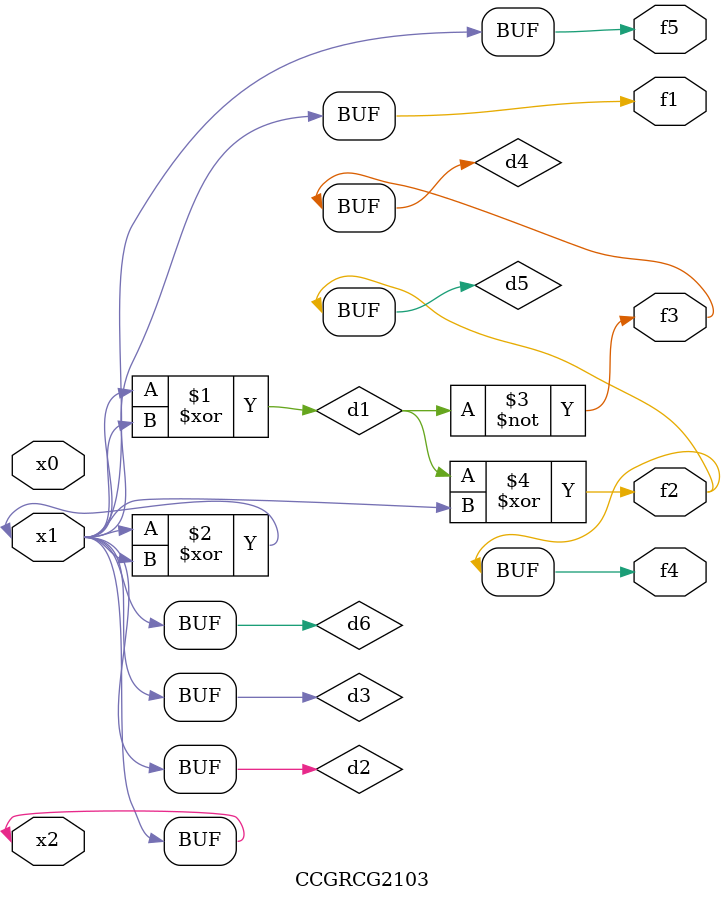
<source format=v>
module CCGRCG2103(
	input x0, x1, x2,
	output f1, f2, f3, f4, f5
);

	wire d1, d2, d3, d4, d5, d6;

	xor (d1, x1, x2);
	buf (d2, x1, x2);
	xor (d3, x1, x2);
	nor (d4, d1);
	xor (d5, d1, d2);
	buf (d6, d2, d3);
	assign f1 = d6;
	assign f2 = d5;
	assign f3 = d4;
	assign f4 = d5;
	assign f5 = d6;
endmodule

</source>
